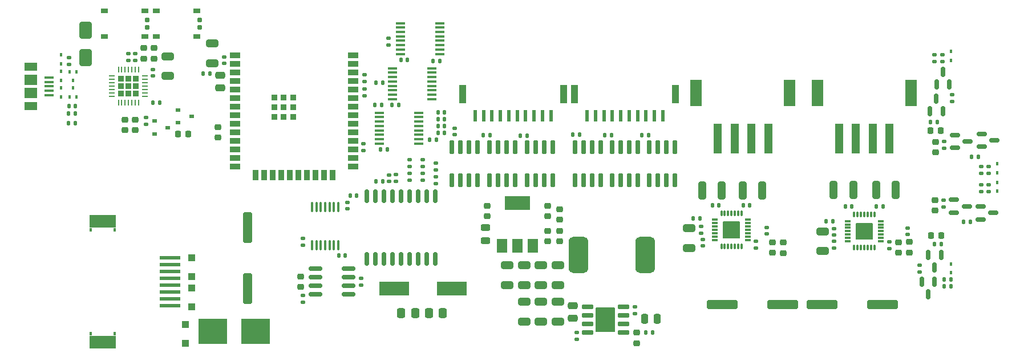
<source format=gtp>
G04 #@! TF.GenerationSoftware,KiCad,Pcbnew,7.0.5-4d25ed1034~172~ubuntu22.04.1*
G04 #@! TF.CreationDate,2023-05-31T11:26:29+02:00*
G04 #@! TF.ProjectId,Drawer_Controller,44726177-6572-45f4-936f-6e74726f6c6c,rev?*
G04 #@! TF.SameCoordinates,Original*
G04 #@! TF.FileFunction,Paste,Top*
G04 #@! TF.FilePolarity,Positive*
%FSLAX46Y46*%
G04 Gerber Fmt 4.6, Leading zero omitted, Abs format (unit mm)*
G04 Created by KiCad (PCBNEW 7.0.5-4d25ed1034~172~ubuntu22.04.1) date 2023-05-31 11:26:29*
%MOMM*%
%LPD*%
G01*
G04 APERTURE LIST*
G04 Aperture macros list*
%AMRoundRect*
0 Rectangle with rounded corners*
0 $1 Rounding radius*
0 $2 $3 $4 $5 $6 $7 $8 $9 X,Y pos of 4 corners*
0 Add a 4 corners polygon primitive as box body*
4,1,4,$2,$3,$4,$5,$6,$7,$8,$9,$2,$3,0*
0 Add four circle primitives for the rounded corners*
1,1,$1+$1,$2,$3*
1,1,$1+$1,$4,$5*
1,1,$1+$1,$6,$7*
1,1,$1+$1,$8,$9*
0 Add four rect primitives between the rounded corners*
20,1,$1+$1,$2,$3,$4,$5,0*
20,1,$1+$1,$4,$5,$6,$7,0*
20,1,$1+$1,$6,$7,$8,$9,0*
20,1,$1+$1,$8,$9,$2,$3,0*%
G04 Aperture macros list end*
%ADD10C,0.150000*%
%ADD11RoundRect,0.006000X-0.769000X-0.294000X0.769000X-0.294000X0.769000X0.294000X-0.769000X0.294000X0*%
%ADD12RoundRect,0.225000X0.250000X-0.225000X0.250000X0.225000X-0.250000X0.225000X-0.250000X-0.225000X0*%
%ADD13RoundRect,0.150000X0.150000X-0.587500X0.150000X0.587500X-0.150000X0.587500X-0.150000X-0.587500X0*%
%ADD14RoundRect,0.250000X-0.300000X0.300000X-0.300000X-0.300000X0.300000X-0.300000X0.300000X0.300000X0*%
%ADD15RoundRect,0.135000X0.135000X0.185000X-0.135000X0.185000X-0.135000X-0.185000X0.135000X-0.185000X0*%
%ADD16RoundRect,0.140000X0.140000X0.170000X-0.140000X0.170000X-0.140000X-0.170000X0.140000X-0.170000X0*%
%ADD17RoundRect,0.135000X0.185000X-0.135000X0.185000X0.135000X-0.185000X0.135000X-0.185000X-0.135000X0*%
%ADD18RoundRect,0.135000X-0.185000X0.135000X-0.185000X-0.135000X0.185000X-0.135000X0.185000X0.135000X0*%
%ADD19RoundRect,0.225000X-0.250000X0.225000X-0.250000X-0.225000X0.250000X-0.225000X0.250000X0.225000X0*%
%ADD20RoundRect,0.250000X0.312500X1.075000X-0.312500X1.075000X-0.312500X-1.075000X0.312500X-1.075000X0*%
%ADD21R,3.050000X0.610000*%
%ADD22R,3.900000X1.945000*%
%ADD23R,0.400000X0.555000*%
%ADD24RoundRect,0.140000X0.170000X-0.140000X0.170000X0.140000X-0.170000X0.140000X-0.170000X-0.140000X0*%
%ADD25RoundRect,0.135000X-0.135000X-0.185000X0.135000X-0.185000X0.135000X0.185000X-0.135000X0.185000X0*%
%ADD26R,1.300000X4.500000*%
%ADD27R,1.800000X3.900000*%
%ADD28RoundRect,0.250000X-0.337500X-0.475000X0.337500X-0.475000X0.337500X0.475000X-0.337500X0.475000X0*%
%ADD29RoundRect,0.250000X0.650000X-0.325000X0.650000X0.325000X-0.650000X0.325000X-0.650000X-0.325000X0*%
%ADD30R,4.241800X3.810000*%
%ADD31RoundRect,0.140000X-0.170000X0.140000X-0.170000X-0.140000X0.170000X-0.140000X0.170000X0.140000X0*%
%ADD32RoundRect,0.225000X0.225000X0.250000X-0.225000X0.250000X-0.225000X-0.250000X0.225000X-0.250000X0*%
%ADD33RoundRect,0.250000X-0.475000X0.250000X-0.475000X-0.250000X0.475000X-0.250000X0.475000X0.250000X0*%
%ADD34RoundRect,0.140000X-0.140000X-0.170000X0.140000X-0.170000X0.140000X0.170000X-0.140000X0.170000X0*%
%ADD35R,0.400000X0.510000*%
%ADD36RoundRect,0.042000X0.258000X-0.943000X0.258000X0.943000X-0.258000X0.943000X-0.258000X-0.943000X0*%
%ADD37RoundRect,0.250000X-0.250000X-0.475000X0.250000X-0.475000X0.250000X0.475000X-0.250000X0.475000X0*%
%ADD38RoundRect,0.218750X0.256250X-0.218750X0.256250X0.218750X-0.256250X0.218750X-0.256250X-0.218750X0*%
%ADD39RoundRect,0.150000X0.150000X-0.875000X0.150000X0.875000X-0.150000X0.875000X-0.150000X-0.875000X0*%
%ADD40RoundRect,0.250000X-0.650000X0.325000X-0.650000X-0.325000X0.650000X-0.325000X0.650000X0.325000X0*%
%ADD41RoundRect,0.150000X-0.150000X0.587500X-0.150000X-0.587500X0.150000X-0.587500X0.150000X0.587500X0*%
%ADD42R,0.800000X0.600000*%
%ADD43RoundRect,0.350000X-1.950000X-0.350000X1.950000X-0.350000X1.950000X0.350000X-1.950000X0.350000X0*%
%ADD44RoundRect,0.243750X0.456250X-0.243750X0.456250X0.243750X-0.456250X0.243750X-0.456250X-0.243750X0*%
%ADD45RoundRect,0.250000X0.475000X-0.250000X0.475000X0.250000X-0.475000X0.250000X-0.475000X-0.250000X0*%
%ADD46R,1.500000X0.900000*%
%ADD47R,0.900000X1.500000*%
%ADD48R,0.900000X0.900000*%
%ADD49R,0.400000X0.480000*%
%ADD50RoundRect,0.350000X1.950000X0.350000X-1.950000X0.350000X-1.950000X-0.350000X1.950000X-0.350000X0*%
%ADD51R,1.000000X0.750000*%
%ADD52RoundRect,0.008100X-0.396900X-0.126900X0.396900X-0.126900X0.396900X0.126900X-0.396900X0.126900X0*%
%ADD53RoundRect,0.027000X-0.108000X-0.378000X0.108000X-0.378000X0.108000X0.378000X-0.108000X0.378000X0*%
%ADD54RoundRect,0.150000X-0.587500X-0.150000X0.587500X-0.150000X0.587500X0.150000X-0.587500X0.150000X0*%
%ADD55R,4.500000X2.000000*%
%ADD56RoundRect,0.218750X-0.256250X0.218750X-0.256250X-0.218750X0.256250X-0.218750X0.256250X0.218750X0*%
%ADD57RoundRect,0.225000X-0.225000X-0.250000X0.225000X-0.250000X0.225000X0.250000X-0.225000X0.250000X0*%
%ADD58R,1.473200X0.355600*%
%ADD59R,1.500000X2.000000*%
%ADD60R,3.800000X2.000000*%
%ADD61R,0.600000X1.700000*%
%ADD62R,1.000000X2.700000*%
%ADD63RoundRect,0.155000X-0.155000X0.212500X-0.155000X-0.212500X0.155000X-0.212500X0.155000X0.212500X0*%
%ADD64RoundRect,0.725000X-0.725000X1.975000X-0.725000X-1.975000X0.725000X-1.975000X0.725000X1.975000X0*%
%ADD65RoundRect,0.250000X-0.312500X-1.075000X0.312500X-1.075000X0.312500X1.075000X-0.312500X1.075000X0*%
%ADD66RoundRect,0.100000X-0.100000X0.637500X-0.100000X-0.637500X0.100000X-0.637500X0.100000X0.637500X0*%
%ADD67RoundRect,0.250000X-0.650000X1.000000X-0.650000X-1.000000X0.650000X-1.000000X0.650000X1.000000X0*%
%ADD68RoundRect,0.225000X0.225000X0.225000X-0.225000X0.225000X-0.225000X-0.225000X0.225000X-0.225000X0*%
%ADD69RoundRect,0.062500X0.337500X0.062500X-0.337500X0.062500X-0.337500X-0.062500X0.337500X-0.062500X0*%
%ADD70RoundRect,0.062500X0.062500X0.337500X-0.062500X0.337500X-0.062500X-0.337500X0.062500X-0.337500X0*%
%ADD71RoundRect,0.250000X0.337500X0.475000X-0.337500X0.475000X-0.337500X-0.475000X0.337500X-0.475000X0*%
%ADD72RoundRect,0.150000X0.825000X0.150000X-0.825000X0.150000X-0.825000X-0.150000X0.825000X-0.150000X0*%
%ADD73R,1.350000X0.400000*%
%ADD74R,1.900000X1.200000*%
%ADD75R,1.900000X1.500000*%
%ADD76RoundRect,0.250000X0.300000X-0.300000X0.300000X0.300000X-0.300000X0.300000X-0.300000X-0.300000X0*%
%ADD77RoundRect,0.350000X0.350000X-1.950000X0.350000X1.950000X-0.350000X1.950000X-0.350000X-1.950000X0*%
G04 APERTURE END LIST*
D10*
X206955000Y-145837500D02*
X204245000Y-145837500D01*
X204245000Y-142437500D01*
X206955000Y-142437500D01*
X206955000Y-145837500D01*
G36*
X206955000Y-145837500D02*
G01*
X204245000Y-145837500D01*
X204245000Y-142437500D01*
X206955000Y-142437500D01*
X206955000Y-145837500D01*
G37*
X225470000Y-131970000D02*
X223130000Y-131970000D01*
X223130000Y-129630000D01*
X225470000Y-129630000D01*
X225470000Y-131970000D01*
G36*
X225470000Y-131970000D02*
G01*
X223130000Y-131970000D01*
X223130000Y-129630000D01*
X225470000Y-129630000D01*
X225470000Y-131970000D01*
G37*
X245170000Y-132170000D02*
X242830000Y-132170000D01*
X242830000Y-129830000D01*
X245170000Y-129830000D01*
X245170000Y-132170000D01*
G36*
X245170000Y-132170000D02*
G01*
X242830000Y-132170000D01*
X242830000Y-129830000D01*
X245170000Y-129830000D01*
X245170000Y-132170000D01*
G37*
D11*
X202900000Y-142232500D03*
X202900000Y-143502500D03*
X202900000Y-144772500D03*
X202900000Y-146042500D03*
X208300000Y-146042500D03*
X208300000Y-144772500D03*
X208300000Y-143502500D03*
X208300000Y-142232500D03*
D12*
X249100000Y-134175000D03*
X249100000Y-132625000D03*
D13*
X254750000Y-109237500D03*
X256650000Y-109237500D03*
X255700000Y-107362500D03*
D14*
X143250000Y-144850000D03*
X143250000Y-147650000D03*
D15*
X212560000Y-146050000D03*
X211540000Y-146050000D03*
D16*
X188430000Y-116750000D03*
X187470000Y-116750000D03*
D17*
X178500000Y-121400000D03*
X178500000Y-120380000D03*
D18*
X135800000Y-104640000D03*
X135800000Y-105660000D03*
D19*
X197000000Y-127225000D03*
X197000000Y-128775000D03*
D20*
X228862500Y-124950000D03*
X225937500Y-124950000D03*
D21*
X140977500Y-142056000D03*
X140977500Y-141040000D03*
X140977500Y-140024000D03*
X140977500Y-139008000D03*
X140977500Y-137992000D03*
X140977500Y-136976000D03*
X140977500Y-135960000D03*
X140977500Y-134944000D03*
D22*
X130977500Y-129552500D03*
D23*
X132727500Y-130800000D03*
X129227500Y-130800000D03*
D22*
X130977500Y-147447500D03*
D23*
X132727500Y-146200000D03*
X129227500Y-146200000D03*
D16*
X242180000Y-127350000D03*
X241220000Y-127350000D03*
D24*
X183200000Y-116680000D03*
X183200000Y-115720000D03*
D19*
X137100000Y-103825000D03*
X137100000Y-105375000D03*
D25*
X253790000Y-114762500D03*
X254810000Y-114762500D03*
D24*
X250400000Y-131480000D03*
X250400000Y-130520000D03*
D26*
X247750000Y-117275000D03*
X245250000Y-117275000D03*
X242750000Y-117275000D03*
X240250000Y-117275000D03*
D27*
X250950000Y-110475000D03*
X237050000Y-110475000D03*
D28*
X179362500Y-143200000D03*
X181437500Y-143200000D03*
D19*
X160325000Y-137725000D03*
X160325000Y-139275000D03*
D29*
X237800000Y-133975000D03*
X237800000Y-131025000D03*
D18*
X262500000Y-124130000D03*
X262500000Y-125150000D03*
D30*
X147312300Y-145900000D03*
X153687700Y-145900000D03*
D31*
X173500000Y-122640000D03*
X173500000Y-123600000D03*
D32*
X143675000Y-116600000D03*
X142125000Y-116600000D03*
D33*
X148400000Y-107850000D03*
X148400000Y-109750000D03*
D34*
X180720000Y-114400000D03*
X181680000Y-114400000D03*
D35*
X127100000Y-107310000D03*
X126100000Y-107310000D03*
X126600000Y-108600000D03*
D18*
X137400000Y-114090000D03*
X137400000Y-115110000D03*
D36*
X188345000Y-123470000D03*
X189615000Y-123470000D03*
X190885000Y-123470000D03*
X192155000Y-123470000D03*
X192155000Y-118530000D03*
X190885000Y-118530000D03*
X189615000Y-118530000D03*
X188345000Y-118530000D03*
D26*
X229750000Y-117275000D03*
X227250000Y-117275000D03*
X224750000Y-117275000D03*
X222250000Y-117275000D03*
D27*
X232950000Y-110475000D03*
X219050000Y-110475000D03*
D37*
X211375000Y-144050000D03*
X213275000Y-144050000D03*
D15*
X239310000Y-129500000D03*
X238290000Y-129500000D03*
D38*
X250700000Y-134187500D03*
X250700000Y-132612500D03*
D17*
X176500000Y-121400000D03*
X176500000Y-120380000D03*
D24*
X229525000Y-131405000D03*
X229525000Y-130445000D03*
D39*
X170210000Y-135100000D03*
X171480000Y-135100000D03*
X172750000Y-135100000D03*
X174020000Y-135100000D03*
X175290000Y-135100000D03*
X176560000Y-135100000D03*
X177830000Y-135100000D03*
X179100000Y-135100000D03*
X180370000Y-135100000D03*
X180370000Y-125800000D03*
X179100000Y-125800000D03*
X177830000Y-125800000D03*
X176560000Y-125800000D03*
X175290000Y-125800000D03*
X174020000Y-125800000D03*
X172750000Y-125800000D03*
X171480000Y-125800000D03*
X170210000Y-125800000D03*
D12*
X198750000Y-132525000D03*
X198750000Y-130975000D03*
D19*
X148100000Y-115525000D03*
X148100000Y-117075000D03*
D34*
X166020000Y-134600000D03*
X166980000Y-134600000D03*
D29*
X147200000Y-106075000D03*
X147200000Y-103125000D03*
D40*
X191000000Y-136025000D03*
X191000000Y-138975000D03*
D18*
X254400000Y-104780000D03*
X254400000Y-105800000D03*
D41*
X255400000Y-134550000D03*
X253500000Y-134550000D03*
X254450000Y-136425000D03*
D42*
X138640000Y-114662500D03*
X138640000Y-116562500D03*
X140660000Y-115612500D03*
D43*
X231900000Y-141900000D03*
X222900000Y-141900000D03*
D44*
X187750000Y-132375000D03*
X187750000Y-130500000D03*
D14*
X144200000Y-139425000D03*
X144200000Y-142225000D03*
D38*
X231950000Y-134237500D03*
X231950000Y-132662500D03*
D25*
X145890000Y-107600000D03*
X146910000Y-107600000D03*
D45*
X200750000Y-143950000D03*
X200750000Y-142050000D03*
D46*
X150600000Y-104880000D03*
X150600000Y-106150000D03*
X150600000Y-107420000D03*
X150600000Y-108690000D03*
X150600000Y-109960000D03*
X150600000Y-111230000D03*
X150600000Y-112500000D03*
X150600000Y-113770000D03*
X150600000Y-115040000D03*
X150600000Y-116310000D03*
X150600000Y-117580000D03*
X150600000Y-118850000D03*
X150600000Y-120120000D03*
X150600000Y-121390000D03*
D47*
X153635000Y-122640000D03*
X154905000Y-122640000D03*
X156175000Y-122640000D03*
X157445000Y-122640000D03*
X158715000Y-122640000D03*
X159985000Y-122640000D03*
X161255000Y-122640000D03*
X162525000Y-122640000D03*
X163795000Y-122640000D03*
X165065000Y-122640000D03*
D46*
X168100000Y-121390000D03*
X168100000Y-120120000D03*
X168100000Y-118850000D03*
X168100000Y-117580000D03*
X168100000Y-116310000D03*
X168100000Y-115040000D03*
X168100000Y-113770000D03*
X168100000Y-112500000D03*
X168100000Y-111230000D03*
X168100000Y-109960000D03*
X168100000Y-108690000D03*
X168100000Y-107420000D03*
X168100000Y-106150000D03*
X168100000Y-104880000D03*
D48*
X156450000Y-111200000D03*
X157850000Y-111200000D03*
X159250000Y-111200000D03*
X156450000Y-112600000D03*
X157850000Y-112600000D03*
X159250000Y-112600000D03*
X156450000Y-114000000D03*
X157850000Y-114000000D03*
X159250000Y-114000000D03*
D36*
X212095000Y-123470000D03*
X213365000Y-123470000D03*
X214635000Y-123470000D03*
X215905000Y-123470000D03*
X215905000Y-118530000D03*
X214635000Y-118530000D03*
X213365000Y-118530000D03*
X212095000Y-118530000D03*
D31*
X247700000Y-132620000D03*
X247700000Y-133580000D03*
D24*
X169300000Y-138980000D03*
X169300000Y-138020000D03*
X167300000Y-127680000D03*
X167300000Y-126720000D03*
D17*
X180400000Y-123910000D03*
X180400000Y-122890000D03*
D15*
X260910000Y-120000000D03*
X259890000Y-120000000D03*
X126930000Y-113500000D03*
X125910000Y-113500000D03*
D41*
X254450000Y-138525000D03*
X252550000Y-138525000D03*
X253500000Y-140400000D03*
D15*
X259720000Y-129600000D03*
X258700000Y-129600000D03*
D49*
X124750000Y-108597500D03*
X124750000Y-107277500D03*
D15*
X255400000Y-132950000D03*
X254380000Y-132950000D03*
D34*
X200770000Y-116700000D03*
X201730000Y-116700000D03*
D29*
X218000000Y-133475000D03*
X218000000Y-130525000D03*
D50*
X237700000Y-141900000D03*
X246700000Y-141900000D03*
D36*
X193940000Y-123470000D03*
X195210000Y-123470000D03*
X196480000Y-123470000D03*
X197750000Y-123470000D03*
X197750000Y-118530000D03*
X196480000Y-118530000D03*
X195210000Y-118530000D03*
X193940000Y-118530000D03*
D51*
X131200000Y-98325000D03*
X137200000Y-98325000D03*
X131200000Y-102075000D03*
X137200000Y-102075000D03*
D52*
X221850000Y-129300000D03*
X221850000Y-129800000D03*
X221850000Y-130300000D03*
X221850000Y-130800000D03*
X221850000Y-131300000D03*
X221850000Y-131800000D03*
X221850000Y-132300000D03*
D53*
X222800000Y-133250000D03*
X223300000Y-133250000D03*
X223800000Y-133250000D03*
X224300000Y-133250000D03*
X224800000Y-133250000D03*
X225300000Y-133250000D03*
X225800000Y-133250000D03*
D52*
X226750000Y-132300000D03*
X226750000Y-131800000D03*
X226750000Y-131300000D03*
X226750000Y-130800000D03*
X226750000Y-130300000D03*
X226750000Y-129800000D03*
X226750000Y-129300000D03*
D53*
X225800000Y-128350000D03*
X225300000Y-128350000D03*
X224800000Y-128350000D03*
X224300000Y-128350000D03*
X223800000Y-128350000D03*
X223300000Y-128350000D03*
X222800000Y-128350000D03*
D34*
X180720000Y-115400000D03*
X181680000Y-115400000D03*
D12*
X230350000Y-134225000D03*
X230350000Y-132675000D03*
D36*
X206595000Y-123470000D03*
X207865000Y-123470000D03*
X209135000Y-123470000D03*
X210405000Y-123470000D03*
X210405000Y-118530000D03*
X209135000Y-118530000D03*
X207865000Y-118530000D03*
X206595000Y-118530000D03*
D12*
X134250000Y-116000000D03*
X134250000Y-114450000D03*
D40*
X196000000Y-136025000D03*
X196000000Y-138975000D03*
D34*
X245820000Y-127350000D03*
X246780000Y-127350000D03*
D54*
X257462500Y-116750000D03*
X257462500Y-118650000D03*
X259337500Y-117700000D03*
D20*
X248662500Y-124900000D03*
X245737500Y-124900000D03*
D49*
X124750000Y-106160000D03*
X124750000Y-104840000D03*
D55*
X182750000Y-139500000D03*
X174250000Y-139500000D03*
D17*
X160650000Y-141560000D03*
X160650000Y-140540000D03*
D16*
X193930000Y-116800000D03*
X192970000Y-116800000D03*
D49*
X256900000Y-105660000D03*
X256900000Y-104340000D03*
D24*
X239500000Y-133480000D03*
X239500000Y-132520000D03*
D42*
X142140000Y-113012500D03*
X142140000Y-114912500D03*
X144160000Y-113962500D03*
D16*
X206480000Y-116750000D03*
X205520000Y-116750000D03*
D17*
X169800000Y-108810000D03*
X169800000Y-107790000D03*
D15*
X219610000Y-129100000D03*
X218590000Y-129100000D03*
D56*
X198750000Y-127712500D03*
X198750000Y-129287500D03*
D57*
X253900000Y-131650000D03*
X255450000Y-131650000D03*
D12*
X254562500Y-119275000D03*
X254562500Y-117725000D03*
D16*
X222430000Y-127150000D03*
X221470000Y-127150000D03*
D18*
X255600000Y-104780000D03*
X255600000Y-105800000D03*
D32*
X255375000Y-116062500D03*
X253825000Y-116062500D03*
D58*
X181021000Y-104686000D03*
X181021000Y-104025600D03*
X181021000Y-103365200D03*
X181021000Y-102730200D03*
X181021000Y-102069800D03*
X181021000Y-101434800D03*
X181021000Y-100774400D03*
X181021000Y-100114000D03*
X175179000Y-100114000D03*
X175179000Y-100774400D03*
X175179000Y-101434800D03*
X175179000Y-102069800D03*
X175179000Y-102730200D03*
X175179000Y-103365200D03*
X175179000Y-104025600D03*
X175179000Y-104686000D03*
D34*
X172220000Y-118900000D03*
X173180000Y-118900000D03*
D59*
X190200000Y-133150000D03*
X192500000Y-133150000D03*
D60*
X192500000Y-126850000D03*
D59*
X194800000Y-133150000D03*
D61*
X197500000Y-113850000D03*
X196250000Y-113850000D03*
X195000000Y-113850000D03*
X193750000Y-113850000D03*
X192500000Y-113850000D03*
X191250000Y-113850000D03*
X190000000Y-113850000D03*
X188750000Y-113850000D03*
X187500000Y-113850000D03*
X186250000Y-113850000D03*
D62*
X199350000Y-110650000D03*
X184400000Y-110650000D03*
D34*
X226020000Y-127150000D03*
X226980000Y-127150000D03*
D15*
X172410000Y-112300000D03*
X171390000Y-112300000D03*
D17*
X173400000Y-103410000D03*
X173400000Y-102390000D03*
D63*
X137600000Y-99632500D03*
X137600000Y-100767500D03*
D34*
X173920000Y-112300000D03*
X174880000Y-112300000D03*
D29*
X196000000Y-144450000D03*
X196000000Y-141500000D03*
D19*
X210250000Y-146075000D03*
X210250000Y-147625000D03*
D17*
X180400000Y-121910000D03*
X180400000Y-120890000D03*
D19*
X188000000Y-127225000D03*
X188000000Y-128775000D03*
D25*
X171530000Y-109000000D03*
X172550000Y-109000000D03*
D24*
X126000000Y-106230000D03*
X126000000Y-105270000D03*
D61*
X214105000Y-113850000D03*
X212855000Y-113850000D03*
X211605000Y-113850000D03*
X210355000Y-113850000D03*
X209105000Y-113850000D03*
X207855000Y-113850000D03*
X206605000Y-113850000D03*
X205355000Y-113850000D03*
X204105000Y-113850000D03*
X202855000Y-113850000D03*
D62*
X215955000Y-110650000D03*
X201005000Y-110650000D03*
D18*
X261400000Y-121367500D03*
X261400000Y-122387500D03*
D64*
X211450000Y-134537500D03*
X201550000Y-134537500D03*
D17*
X252200000Y-137050000D03*
X252200000Y-136030000D03*
X160700000Y-133110000D03*
X160700000Y-132090000D03*
X174500000Y-123620000D03*
X174500000Y-122600000D03*
D65*
X219937500Y-124950000D03*
X222862500Y-124950000D03*
D66*
X165950000Y-127387500D03*
X165300000Y-127387500D03*
X164650000Y-127387500D03*
X164000000Y-127387500D03*
X163350000Y-127387500D03*
X162700000Y-127387500D03*
X162050000Y-127387500D03*
X162050000Y-133112500D03*
X162700000Y-133112500D03*
X163350000Y-133112500D03*
X164000000Y-133112500D03*
X164650000Y-133112500D03*
X165300000Y-133112500D03*
X165950000Y-133112500D03*
D63*
X145337500Y-99632500D03*
X145337500Y-100767500D03*
D40*
X193500000Y-136025000D03*
X193500000Y-138975000D03*
D49*
X263700000Y-125060000D03*
X263700000Y-123740000D03*
D17*
X178500000Y-123410000D03*
X178500000Y-122390000D03*
X176500000Y-123410000D03*
X176500000Y-122390000D03*
D35*
X126100000Y-111040000D03*
X127100000Y-111040000D03*
X126600000Y-109750000D03*
D18*
X257000000Y-110752500D03*
X257000000Y-111772500D03*
D34*
X175220000Y-105600000D03*
X176180000Y-105600000D03*
D19*
X138600000Y-103825000D03*
X138600000Y-105375000D03*
D67*
X128400000Y-101200000D03*
X128400000Y-105200000D03*
D12*
X254510000Y-127950000D03*
X254510000Y-126400000D03*
D68*
X135920000Y-110570000D03*
X135920000Y-109450000D03*
X135920000Y-108330000D03*
X134800000Y-110570000D03*
X134800000Y-109450000D03*
X134800000Y-108330000D03*
X133680000Y-110570000D03*
X133680000Y-109450000D03*
X133680000Y-108330000D03*
D69*
X137250000Y-110950000D03*
X137250000Y-110450000D03*
X137250000Y-109950000D03*
X137250000Y-109450000D03*
X137250000Y-108950000D03*
X137250000Y-108450000D03*
X137250000Y-107950000D03*
D70*
X136300000Y-107000000D03*
X135800000Y-107000000D03*
X135300000Y-107000000D03*
X134800000Y-107000000D03*
X134300000Y-107000000D03*
X133800000Y-107000000D03*
X133300000Y-107000000D03*
D69*
X132350000Y-107950000D03*
X132350000Y-108450000D03*
X132350000Y-108950000D03*
X132350000Y-109450000D03*
X132350000Y-109950000D03*
X132350000Y-110450000D03*
X132350000Y-110950000D03*
D70*
X133300000Y-111900000D03*
X133800000Y-111900000D03*
X134300000Y-111900000D03*
X134800000Y-111900000D03*
X135300000Y-111900000D03*
X135800000Y-111900000D03*
X136300000Y-111900000D03*
D65*
X239437500Y-124900000D03*
X242362500Y-124900000D03*
D31*
X227950000Y-132520000D03*
X227950000Y-133480000D03*
D58*
X177844900Y-117986000D03*
X177844900Y-117325600D03*
X177844900Y-116665200D03*
X177844900Y-116030200D03*
X177844900Y-115369800D03*
X177844900Y-114734800D03*
X177844900Y-114074400D03*
X177844900Y-113414000D03*
X172002900Y-113414000D03*
X172002900Y-114074400D03*
X172002900Y-114734800D03*
X172002900Y-115369800D03*
X172002900Y-116030200D03*
X172002900Y-116665200D03*
X172002900Y-117325600D03*
X172002900Y-117986000D03*
D49*
X124750000Y-109740000D03*
X124750000Y-111060000D03*
D34*
X180720000Y-113400000D03*
X181680000Y-113400000D03*
D29*
X193500000Y-144450000D03*
X193500000Y-141500000D03*
D49*
X263700000Y-122297500D03*
X263700000Y-120977500D03*
D25*
X179990000Y-105750000D03*
X181010000Y-105750000D03*
D13*
X253750000Y-113200000D03*
X255650000Y-113200000D03*
X254700000Y-111325000D03*
D25*
X255890000Y-138200000D03*
X256910000Y-138200000D03*
D12*
X135800000Y-116000000D03*
X135800000Y-114450000D03*
D54*
X261235000Y-127350000D03*
X261235000Y-129250000D03*
X263110000Y-128300000D03*
D25*
X255890000Y-139200000D03*
X256910000Y-139200000D03*
X125910000Y-115000000D03*
X126930000Y-115000000D03*
D34*
X180720000Y-116400000D03*
X181680000Y-116400000D03*
D71*
X177337500Y-143200000D03*
X175262500Y-143200000D03*
D18*
X255862500Y-117690000D03*
X255862500Y-118710000D03*
D51*
X138937500Y-98325000D03*
X144937500Y-98325000D03*
X138937500Y-102075000D03*
X144937500Y-102075000D03*
D29*
X198500000Y-141500000D03*
X198500000Y-144450000D03*
D72*
X167475000Y-140405000D03*
X167475000Y-139135000D03*
X167475000Y-137865000D03*
X167475000Y-136595000D03*
X162525000Y-136595000D03*
X162525000Y-137865000D03*
X162525000Y-139135000D03*
X162525000Y-140405000D03*
D24*
X149000000Y-106080000D03*
X149000000Y-105120000D03*
D15*
X180510000Y-117400000D03*
X179490000Y-117400000D03*
D54*
X257335000Y-126350000D03*
X257335000Y-128250000D03*
X259210000Y-127300000D03*
D15*
X172520000Y-123620000D03*
X171500000Y-123620000D03*
D24*
X138450000Y-107930000D03*
X138450000Y-106970000D03*
D18*
X261400000Y-124130000D03*
X261400000Y-125150000D03*
D17*
X169700000Y-119060000D03*
X169700000Y-118040000D03*
D29*
X140600000Y-107975000D03*
X140600000Y-105025000D03*
D52*
X241550000Y-129500000D03*
X241550000Y-130000000D03*
X241550000Y-130500000D03*
X241550000Y-131000000D03*
X241550000Y-131500000D03*
X241550000Y-132000000D03*
X241550000Y-132500000D03*
D53*
X242500000Y-133450000D03*
X243000000Y-133450000D03*
X243500000Y-133450000D03*
X244000000Y-133450000D03*
X244500000Y-133450000D03*
X245000000Y-133450000D03*
X245500000Y-133450000D03*
D52*
X246450000Y-132500000D03*
X246450000Y-132000000D03*
X246450000Y-131500000D03*
X246450000Y-131000000D03*
X246450000Y-130500000D03*
X246450000Y-130000000D03*
X246450000Y-129500000D03*
D53*
X245500000Y-128550000D03*
X245000000Y-128550000D03*
X244500000Y-128550000D03*
X244000000Y-128550000D03*
X243500000Y-128550000D03*
X243000000Y-128550000D03*
X242500000Y-128550000D03*
D54*
X261462500Y-116550000D03*
X261462500Y-118450000D03*
X263337500Y-117500000D03*
D73*
X123000000Y-108200000D03*
X123000000Y-108850000D03*
X123000000Y-109500000D03*
X123000000Y-110150000D03*
X123000000Y-110800000D03*
D74*
X120300000Y-106600000D03*
D75*
X120300000Y-108500000D03*
X120300000Y-110500000D03*
D74*
X120300000Y-112400000D03*
D24*
X219800000Y-131280000D03*
X219800000Y-130320000D03*
D18*
X255810000Y-126390000D03*
X255810000Y-127410000D03*
D12*
X197000000Y-132500000D03*
X197000000Y-130950000D03*
D17*
X134800000Y-105660000D03*
X134800000Y-104640000D03*
D34*
X167720000Y-125700000D03*
X168680000Y-125700000D03*
D58*
X179821000Y-111386000D03*
X179821000Y-110725600D03*
X179821000Y-110065200D03*
X179821000Y-109430200D03*
X179821000Y-108769800D03*
X179821000Y-108134800D03*
X179821000Y-107474400D03*
X179821000Y-106814000D03*
X173979000Y-106814000D03*
X173979000Y-107474400D03*
X173979000Y-108134800D03*
X173979000Y-108769800D03*
X173979000Y-109430200D03*
X173979000Y-110065200D03*
X173979000Y-110725600D03*
X173979000Y-111386000D03*
D36*
X201095000Y-123470000D03*
X202365000Y-123470000D03*
X203635000Y-123470000D03*
X204905000Y-123470000D03*
X204905000Y-118530000D03*
X203635000Y-118530000D03*
X202365000Y-118530000D03*
X201095000Y-118530000D03*
D76*
X144200000Y-137725000D03*
X144200000Y-134925000D03*
D16*
X211980000Y-116750000D03*
X211020000Y-116750000D03*
D25*
X138440000Y-111900000D03*
X139460000Y-111900000D03*
D17*
X201300000Y-147060000D03*
X201300000Y-146040000D03*
D24*
X239500000Y-131580000D03*
X239500000Y-130620000D03*
D18*
X169800000Y-109890000D03*
X169800000Y-110910000D03*
D24*
X210000000Y-143210000D03*
X210000000Y-142250000D03*
D77*
X152500000Y-139500000D03*
X152500000Y-130500000D03*
D36*
X182745000Y-123470000D03*
X184015000Y-123470000D03*
X185285000Y-123470000D03*
X186555000Y-123470000D03*
X186555000Y-118530000D03*
X185285000Y-118530000D03*
X184015000Y-118530000D03*
X182745000Y-118530000D03*
D49*
X256900000Y-137160000D03*
X256900000Y-135840000D03*
D34*
X125940000Y-112400000D03*
X126900000Y-112400000D03*
D24*
X220000000Y-133180000D03*
X220000000Y-132220000D03*
D18*
X262500000Y-121367500D03*
X262500000Y-122387500D03*
D40*
X198500000Y-136025000D03*
X198500000Y-138975000D03*
M02*

</source>
